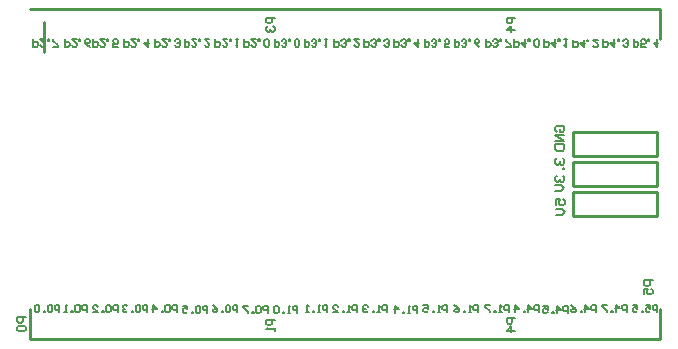
<source format=gbo>
G04*
G04 #@! TF.GenerationSoftware,Altium Limited,Altium Designer,18.0.12 (696)*
G04*
G04 Layer_Color=32896*
%FSLAX25Y25*%
%MOIN*%
G70*
G01*
G75*
%ADD11C,0.01000*%
%ADD12C,0.00787*%
D11*
X100500Y214000D02*
Y224000D01*
X306000Y218200D02*
Y228300D01*
X96000D02*
X306000D01*
X305000Y179300D02*
Y187300D01*
X277000D02*
X305000D01*
X277000Y179300D02*
Y187300D01*
Y179300D02*
X305000D01*
X96000Y118300D02*
Y128300D01*
Y118300D02*
X306000D01*
Y128300D01*
X277000Y159300D02*
Y167300D01*
Y159300D02*
X305000D01*
Y167300D01*
X277000D02*
X305000D01*
X277000Y169300D02*
Y177300D01*
Y169300D02*
X305000D01*
Y177300D01*
X277000D02*
X305000D01*
X277000Y179300D02*
Y187300D01*
Y179300D02*
X305000D01*
Y187300D01*
X277000D02*
X305000D01*
X277000Y159300D02*
Y167300D01*
Y159300D02*
X305000D01*
Y167300D01*
X277000D02*
X305000D01*
X277000Y169300D02*
Y177300D01*
Y169300D02*
X305000D01*
Y177300D01*
X277000D02*
X305000D01*
X277000Y179300D02*
Y187300D01*
Y179300D02*
X305000D01*
Y187300D01*
X277000D02*
X305000D01*
X277000Y159300D02*
Y167300D01*
Y159300D02*
X305000D01*
Y167300D01*
X277000D02*
X305000D01*
X277000Y169300D02*
Y177300D01*
Y169300D02*
X305000D01*
Y177300D01*
X277000D02*
X305000D01*
X277000Y179300D02*
Y187300D01*
Y179300D02*
X305000D01*
Y187300D01*
X277000D02*
X305000D01*
X277000Y169300D02*
X305000D01*
X277000D02*
Y177300D01*
X305000D01*
Y169300D02*
Y177300D01*
D12*
X257500Y225400D02*
X254745D01*
Y224023D01*
X255204Y223563D01*
X256122D01*
X256582Y224023D01*
Y225400D01*
X257500Y221268D02*
X254745D01*
X256122Y222645D01*
Y220808D01*
X177400Y225400D02*
X174645D01*
Y224023D01*
X175104Y223563D01*
X176023D01*
X176482Y224023D01*
Y225400D01*
X175104Y222645D02*
X174645Y222186D01*
Y221268D01*
X175104Y220808D01*
X175563D01*
X176023Y221268D01*
Y221727D01*
Y221268D01*
X176482Y220808D01*
X176941D01*
X177400Y221268D01*
Y222186D01*
X176941Y222645D01*
X97000Y218200D02*
Y215839D01*
X98181D01*
X98574Y216232D01*
Y217019D01*
X98181Y217413D01*
X97000D01*
X100936Y218200D02*
X99361D01*
X100936Y216626D01*
Y216232D01*
X100542Y215839D01*
X99755D01*
X99361Y216232D01*
X101723Y218200D02*
Y217806D01*
X102116D01*
Y218200D01*
X101723D01*
X103691Y215839D02*
X105265D01*
Y216232D01*
X103691Y217806D01*
Y218200D01*
X177400D02*
Y215839D01*
X178581D01*
X178974Y216232D01*
Y217019D01*
X178581Y217413D01*
X177400D01*
X179761Y216232D02*
X180155Y215839D01*
X180942D01*
X181336Y216232D01*
Y216626D01*
X180942Y217019D01*
X180549D01*
X180942D01*
X181336Y217413D01*
Y217806D01*
X180942Y218200D01*
X180155D01*
X179761Y217806D01*
X182123Y218200D02*
Y217806D01*
X182517D01*
Y218200D01*
X182123D01*
X184091Y216232D02*
X184484Y215839D01*
X185272D01*
X185665Y216232D01*
Y217806D01*
X185272Y218200D01*
X184484D01*
X184091Y217806D01*
Y216232D01*
X267300Y218200D02*
Y215839D01*
X268481D01*
X268874Y216232D01*
Y217019D01*
X268481Y217413D01*
X267300D01*
X270842Y218200D02*
Y215839D01*
X269661Y217019D01*
X271236D01*
X272023Y218200D02*
Y217806D01*
X272416D01*
Y218200D01*
X272023D01*
X273991D02*
X274778D01*
X274384D01*
Y215839D01*
X273991Y216232D01*
X107500Y218200D02*
Y215839D01*
X108681D01*
X109074Y216232D01*
Y217019D01*
X108681Y217413D01*
X107500D01*
X111436Y218200D02*
X109861D01*
X111436Y216626D01*
Y216232D01*
X111042Y215839D01*
X110255D01*
X109861Y216232D01*
X112223Y218200D02*
Y217806D01*
X112617D01*
Y218200D01*
X112223D01*
X115765Y215839D02*
X114978Y216232D01*
X114191Y217019D01*
Y217806D01*
X114584Y218200D01*
X115372D01*
X115765Y217806D01*
Y217413D01*
X115372Y217019D01*
X114191D01*
X247800Y218200D02*
Y215839D01*
X248981D01*
X249374Y216232D01*
Y217019D01*
X248981Y217413D01*
X247800D01*
X250161Y216232D02*
X250555Y215839D01*
X251342D01*
X251736Y216232D01*
Y216626D01*
X251342Y217019D01*
X250949D01*
X251342D01*
X251736Y217413D01*
Y217806D01*
X251342Y218200D01*
X250555D01*
X250161Y217806D01*
X252523Y218200D02*
Y217806D01*
X252916D01*
Y218200D01*
X252523D01*
X254491Y215839D02*
X256065D01*
Y216232D01*
X254491Y217806D01*
Y218200D01*
X127200D02*
Y215839D01*
X128381D01*
X128774Y216232D01*
Y217019D01*
X128381Y217413D01*
X127200D01*
X131136Y218200D02*
X129561D01*
X131136Y216626D01*
Y216232D01*
X130742Y215839D01*
X129955D01*
X129561Y216232D01*
X131923Y218200D02*
Y217806D01*
X132317D01*
Y218200D01*
X131923D01*
X135072D02*
Y215839D01*
X133891Y217019D01*
X135465D01*
X137500Y218200D02*
Y215839D01*
X138681D01*
X139074Y216232D01*
Y217019D01*
X138681Y217413D01*
X137500D01*
X141436Y218200D02*
X139861D01*
X141436Y216626D01*
Y216232D01*
X141042Y215839D01*
X140255D01*
X139861Y216232D01*
X142223Y218200D02*
Y217806D01*
X142616D01*
Y218200D01*
X142223D01*
X144191Y216232D02*
X144584Y215839D01*
X145371D01*
X145765Y216232D01*
Y216626D01*
X145371Y217019D01*
X144978D01*
X145371D01*
X145765Y217413D01*
Y217806D01*
X145371Y218200D01*
X144584D01*
X144191Y217806D01*
X147400Y218200D02*
Y215839D01*
X148581D01*
X148974Y216232D01*
Y217019D01*
X148581Y217413D01*
X147400D01*
X151336Y218200D02*
X149761D01*
X151336Y216626D01*
Y216232D01*
X150942Y215839D01*
X150155D01*
X149761Y216232D01*
X152123Y218200D02*
Y217806D01*
X152516D01*
Y218200D01*
X152123D01*
X155665D02*
X154091D01*
X155665Y216626D01*
Y216232D01*
X155271Y215839D01*
X154484D01*
X154091Y216232D01*
X157700Y218200D02*
Y215839D01*
X158881D01*
X159274Y216232D01*
Y217019D01*
X158881Y217413D01*
X157700D01*
X161636Y218200D02*
X160061D01*
X161636Y216626D01*
Y216232D01*
X161242Y215839D01*
X160455D01*
X160061Y216232D01*
X162423Y218200D02*
Y217806D01*
X162817D01*
Y218200D01*
X162423D01*
X164391D02*
X165178D01*
X164784D01*
Y215839D01*
X164391Y216232D01*
X167300Y218200D02*
Y215839D01*
X168481D01*
X168874Y216232D01*
Y217019D01*
X168481Y217413D01*
X167300D01*
X171236Y218200D02*
X169661D01*
X171236Y216626D01*
Y216232D01*
X170842Y215839D01*
X170055D01*
X169661Y216232D01*
X172023Y218200D02*
Y217806D01*
X172416D01*
Y218200D01*
X172023D01*
X173991Y216232D02*
X174384Y215839D01*
X175171D01*
X175565Y216232D01*
Y217806D01*
X175171Y218200D01*
X174384D01*
X173991Y217806D01*
Y216232D01*
X257300Y218200D02*
Y215839D01*
X258481D01*
X258874Y216232D01*
Y217019D01*
X258481Y217413D01*
X257300D01*
X260842Y218200D02*
Y215839D01*
X259661Y217019D01*
X261236D01*
X262023Y218200D02*
Y217806D01*
X262416D01*
Y218200D01*
X262023D01*
X263991Y216232D02*
X264384Y215839D01*
X265172D01*
X265565Y216232D01*
Y217806D01*
X265172Y218200D01*
X264384D01*
X263991Y217806D01*
Y216232D01*
X237400Y218200D02*
Y215839D01*
X238581D01*
X238974Y216232D01*
Y217019D01*
X238581Y217413D01*
X237400D01*
X239761Y216232D02*
X240155Y215839D01*
X240942D01*
X241336Y216232D01*
Y216626D01*
X240942Y217019D01*
X240549D01*
X240942D01*
X241336Y217413D01*
Y217806D01*
X240942Y218200D01*
X240155D01*
X239761Y217806D01*
X242123Y218200D02*
Y217806D01*
X242516D01*
Y218200D01*
X242123D01*
X245665Y215839D02*
X244878Y216232D01*
X244091Y217019D01*
Y217806D01*
X244484Y218200D01*
X245271D01*
X245665Y217806D01*
Y217413D01*
X245271Y217019D01*
X244091D01*
X227400Y218200D02*
Y215839D01*
X228581D01*
X228974Y216232D01*
Y217019D01*
X228581Y217413D01*
X227400D01*
X229761Y216232D02*
X230155Y215839D01*
X230942D01*
X231336Y216232D01*
Y216626D01*
X230942Y217019D01*
X230549D01*
X230942D01*
X231336Y217413D01*
Y217806D01*
X230942Y218200D01*
X230155D01*
X229761Y217806D01*
X232123Y218200D02*
Y217806D01*
X232516D01*
Y218200D01*
X232123D01*
X235665Y215839D02*
X234091D01*
Y217019D01*
X234878Y216626D01*
X235272D01*
X235665Y217019D01*
Y217806D01*
X235272Y218200D01*
X234484D01*
X234091Y217806D01*
X217300Y218200D02*
Y215839D01*
X218481D01*
X218874Y216232D01*
Y217019D01*
X218481Y217413D01*
X217300D01*
X219661Y216232D02*
X220055Y215839D01*
X220842D01*
X221236Y216232D01*
Y216626D01*
X220842Y217019D01*
X220449D01*
X220842D01*
X221236Y217413D01*
Y217806D01*
X220842Y218200D01*
X220055D01*
X219661Y217806D01*
X222023Y218200D02*
Y217806D01*
X222416D01*
Y218200D01*
X222023D01*
X225171D02*
Y215839D01*
X223991Y217019D01*
X225565D01*
X207300Y218200D02*
Y215839D01*
X208481D01*
X208874Y216232D01*
Y217019D01*
X208481Y217413D01*
X207300D01*
X209661Y216232D02*
X210055Y215839D01*
X210842D01*
X211236Y216232D01*
Y216626D01*
X210842Y217019D01*
X210449D01*
X210842D01*
X211236Y217413D01*
Y217806D01*
X210842Y218200D01*
X210055D01*
X209661Y217806D01*
X212023Y218200D02*
Y217806D01*
X212416D01*
Y218200D01*
X212023D01*
X213991Y216232D02*
X214384Y215839D01*
X215172D01*
X215565Y216232D01*
Y216626D01*
X215172Y217019D01*
X214778D01*
X215172D01*
X215565Y217413D01*
Y217806D01*
X215172Y218200D01*
X214384D01*
X213991Y217806D01*
X197300Y218200D02*
Y215839D01*
X198481D01*
X198874Y216232D01*
Y217019D01*
X198481Y217413D01*
X197300D01*
X199661Y216232D02*
X200055Y215839D01*
X200842D01*
X201236Y216232D01*
Y216626D01*
X200842Y217019D01*
X200449D01*
X200842D01*
X201236Y217413D01*
Y217806D01*
X200842Y218200D01*
X200055D01*
X199661Y217806D01*
X202023Y218200D02*
Y217806D01*
X202416D01*
Y218200D01*
X202023D01*
X205565D02*
X203991D01*
X205565Y216626D01*
Y216232D01*
X205171Y215839D01*
X204384D01*
X203991Y216232D01*
X276900Y218100D02*
Y215739D01*
X278081D01*
X278474Y216132D01*
Y216919D01*
X278081Y217313D01*
X276900D01*
X280442Y218100D02*
Y215739D01*
X279261Y216919D01*
X280836D01*
X281623Y218100D02*
Y217706D01*
X282016D01*
Y218100D01*
X281623D01*
X285165D02*
X283591D01*
X285165Y216526D01*
Y216132D01*
X284771Y215739D01*
X283984D01*
X283591Y216132D01*
X287000Y218200D02*
Y215839D01*
X288181D01*
X288574Y216232D01*
Y217019D01*
X288181Y217413D01*
X287000D01*
X290542Y218200D02*
Y215839D01*
X289361Y217019D01*
X290936D01*
X291723Y218200D02*
Y217806D01*
X292116D01*
Y218200D01*
X291723D01*
X293691Y216232D02*
X294084Y215839D01*
X294871D01*
X295265Y216232D01*
Y216626D01*
X294871Y217019D01*
X294478D01*
X294871D01*
X295265Y217413D01*
Y217806D01*
X294871Y218200D01*
X294084D01*
X293691Y217806D01*
X297100Y218200D02*
Y215839D01*
X298281D01*
X298674Y216232D01*
Y217019D01*
X298281Y217413D01*
X297100D01*
X301036Y215839D02*
X299461D01*
Y217019D01*
X300249Y216626D01*
X300642D01*
X301036Y217019D01*
Y217806D01*
X300642Y218200D01*
X299855D01*
X299461Y217806D01*
X301823Y218200D02*
Y217806D01*
X302216D01*
Y218200D01*
X301823D01*
X304972D02*
Y215839D01*
X303791Y217019D01*
X305365D01*
X187400Y218200D02*
Y215839D01*
X188581D01*
X188974Y216232D01*
Y217019D01*
X188581Y217413D01*
X187400D01*
X189761Y216232D02*
X190155Y215839D01*
X190942D01*
X191336Y216232D01*
Y216626D01*
X190942Y217019D01*
X190549D01*
X190942D01*
X191336Y217413D01*
Y217806D01*
X190942Y218200D01*
X190155D01*
X189761Y217806D01*
X192123Y218200D02*
Y217806D01*
X192517D01*
Y218200D01*
X192123D01*
X194091D02*
X194878D01*
X194484D01*
Y215839D01*
X194091Y216232D01*
X116900Y218200D02*
Y215839D01*
X118081D01*
X118474Y216232D01*
Y217019D01*
X118081Y217413D01*
X116900D01*
X120836Y218200D02*
X119261D01*
X120836Y216626D01*
Y216232D01*
X120442Y215839D01*
X119655D01*
X119261Y216232D01*
X121623Y218200D02*
Y217806D01*
X122017D01*
Y218200D01*
X121623D01*
X125165Y215839D02*
X123591D01*
Y217019D01*
X124378Y216626D01*
X124771D01*
X125165Y217019D01*
Y217806D01*
X124771Y218200D01*
X123984D01*
X123591Y217806D01*
X303400Y137900D02*
X300645D01*
Y136522D01*
X301104Y136063D01*
X302023D01*
X302482Y136522D01*
Y137900D01*
X300645Y133308D02*
Y135145D01*
X302023D01*
X301563Y134227D01*
Y133767D01*
X302023Y133308D01*
X302941D01*
X303400Y133767D01*
Y134686D01*
X302941Y135145D01*
X185000Y127100D02*
Y129461D01*
X183819D01*
X183426Y129068D01*
Y128281D01*
X183819Y127887D01*
X185000D01*
X182639Y127100D02*
X181851D01*
X182245D01*
Y129461D01*
X182639Y129068D01*
X180671Y127100D02*
Y127494D01*
X180277D01*
Y127100D01*
X180671D01*
X178703Y129068D02*
X178309Y129461D01*
X177522D01*
X177129Y129068D01*
Y127494D01*
X177522Y127100D01*
X178309D01*
X178703Y127494D01*
Y129068D01*
X275100Y127000D02*
Y129361D01*
X273919D01*
X273526Y128968D01*
Y128181D01*
X273919Y127787D01*
X275100D01*
X271558Y127000D02*
Y129361D01*
X272739Y128181D01*
X271164D01*
X270377Y127000D02*
Y127394D01*
X269984D01*
Y127000D01*
X270377D01*
X266835Y129361D02*
X268409D01*
Y128181D01*
X267622Y128574D01*
X267229D01*
X266835Y128181D01*
Y127394D01*
X267229Y127000D01*
X268016D01*
X268409Y127394D01*
X94400Y125600D02*
X91645D01*
Y124223D01*
X92104Y123763D01*
X93023D01*
X93482Y124223D01*
Y125600D01*
X92104Y122845D02*
X91645Y122386D01*
Y121467D01*
X92104Y121008D01*
X93941D01*
X94400Y121467D01*
Y122386D01*
X93941Y122845D01*
X92104D01*
X245200Y127200D02*
Y129561D01*
X244019D01*
X243626Y129168D01*
Y128381D01*
X244019Y127987D01*
X245200D01*
X242839Y127200D02*
X242051D01*
X242445D01*
Y129561D01*
X242839Y129168D01*
X240871Y127200D02*
Y127594D01*
X240477D01*
Y127200D01*
X240871D01*
X237329Y129561D02*
X238116Y129168D01*
X238903Y128381D01*
Y127594D01*
X238509Y127200D01*
X237722D01*
X237329Y127594D01*
Y127987D01*
X237722Y128381D01*
X238903D01*
X105700Y127300D02*
Y129661D01*
X104519D01*
X104126Y129268D01*
Y128481D01*
X104519Y128087D01*
X105700D01*
X103339Y129268D02*
X102945Y129661D01*
X102158D01*
X101764Y129268D01*
Y127694D01*
X102158Y127300D01*
X102945D01*
X103339Y127694D01*
Y129268D01*
X100977Y127300D02*
Y127694D01*
X100584D01*
Y127300D01*
X100977D01*
X99009Y129268D02*
X98616Y129661D01*
X97829D01*
X97435Y129268D01*
Y127694D01*
X97829Y127300D01*
X98616D01*
X99009Y127694D01*
Y129268D01*
X257500Y125300D02*
X254745D01*
Y123923D01*
X255204Y123463D01*
X256122D01*
X256582Y123923D01*
Y125300D01*
X257500Y121168D02*
X254745D01*
X256122Y122545D01*
Y120708D01*
X177400Y124800D02*
X174645D01*
Y123423D01*
X175104Y122963D01*
X176023D01*
X176482Y123423D01*
Y124800D01*
X177400Y122045D02*
Y121127D01*
Y121586D01*
X174645D01*
X175104Y122045D01*
X305000Y127300D02*
Y129661D01*
X303819D01*
X303426Y129268D01*
Y128481D01*
X303819Y128087D01*
X305000D01*
X301064Y129661D02*
X302639D01*
Y128481D01*
X301851Y128874D01*
X301458D01*
X301064Y128481D01*
Y127694D01*
X301458Y127300D01*
X302245D01*
X302639Y127694D01*
X300277Y127300D02*
Y127694D01*
X299884D01*
Y127300D01*
X300277D01*
X296735Y129661D02*
X298309D01*
Y128481D01*
X297522Y128874D01*
X297129D01*
X296735Y128481D01*
Y127694D01*
X297129Y127300D01*
X297916D01*
X298309Y127694D01*
X294800Y127400D02*
Y129761D01*
X293619D01*
X293226Y129368D01*
Y128581D01*
X293619Y128187D01*
X294800D01*
X291258Y127400D02*
Y129761D01*
X292439Y128581D01*
X290864D01*
X290077Y127400D02*
Y127794D01*
X289684D01*
Y127400D01*
X290077D01*
X288109Y129761D02*
X286535D01*
Y129368D01*
X288109Y127794D01*
Y127400D01*
X284500Y127200D02*
Y129561D01*
X283319D01*
X282926Y129168D01*
Y128381D01*
X283319Y127987D01*
X284500D01*
X280958Y127200D02*
Y129561D01*
X282139Y128381D01*
X280564D01*
X279777Y127200D02*
Y127594D01*
X279384D01*
Y127200D01*
X279777D01*
X276235Y129561D02*
X277022Y129168D01*
X277809Y128381D01*
Y127594D01*
X277416Y127200D01*
X276628D01*
X276235Y127594D01*
Y127987D01*
X276628Y128381D01*
X277809D01*
X265500Y127200D02*
Y129561D01*
X264319D01*
X263926Y129168D01*
Y128381D01*
X264319Y127987D01*
X265500D01*
X261958Y127200D02*
Y129561D01*
X263139Y128381D01*
X261564D01*
X260777Y127200D02*
Y127594D01*
X260384D01*
Y127200D01*
X260777D01*
X257628D02*
Y129561D01*
X258809Y128381D01*
X257235D01*
X255400Y127200D02*
Y129561D01*
X254219D01*
X253826Y129168D01*
Y128381D01*
X254219Y127987D01*
X255400D01*
X253039Y127200D02*
X252251D01*
X252645D01*
Y129561D01*
X253039Y129168D01*
X251071Y127200D02*
Y127594D01*
X250677D01*
Y127200D01*
X251071D01*
X249103Y129561D02*
X247529D01*
Y129168D01*
X249103Y127594D01*
Y127200D01*
X234900D02*
Y129561D01*
X233719D01*
X233326Y129168D01*
Y128381D01*
X233719Y127987D01*
X234900D01*
X232539Y127200D02*
X231751D01*
X232145D01*
Y129561D01*
X232539Y129168D01*
X230571Y127200D02*
Y127594D01*
X230177D01*
Y127200D01*
X230571D01*
X227028Y129561D02*
X228603D01*
Y128381D01*
X227816Y128774D01*
X227422D01*
X227028Y128381D01*
Y127594D01*
X227422Y127200D01*
X228209D01*
X228603Y127594D01*
X225000Y127100D02*
Y129461D01*
X223819D01*
X223426Y129068D01*
Y128281D01*
X223819Y127887D01*
X225000D01*
X222639Y127100D02*
X221851D01*
X222245D01*
Y129461D01*
X222639Y129068D01*
X220671Y127100D02*
Y127494D01*
X220277D01*
Y127100D01*
X220671D01*
X217522D02*
Y129461D01*
X218703Y128281D01*
X217128D01*
X214800Y127200D02*
Y129561D01*
X213619D01*
X213226Y129168D01*
Y128381D01*
X213619Y127987D01*
X214800D01*
X212439Y127200D02*
X211651D01*
X212045D01*
Y129561D01*
X212439Y129168D01*
X210471Y127200D02*
Y127594D01*
X210077D01*
Y127200D01*
X210471D01*
X208503Y129168D02*
X208109Y129561D01*
X207322D01*
X206928Y129168D01*
Y128774D01*
X207322Y128381D01*
X207716D01*
X207322D01*
X206928Y127987D01*
Y127594D01*
X207322Y127200D01*
X208109D01*
X208503Y127594D01*
X204800Y127200D02*
Y129561D01*
X203619D01*
X203226Y129168D01*
Y128381D01*
X203619Y127987D01*
X204800D01*
X202439Y127200D02*
X201651D01*
X202045D01*
Y129561D01*
X202439Y129168D01*
X200471Y127200D02*
Y127594D01*
X200077D01*
Y127200D01*
X200471D01*
X196929D02*
X198503D01*
X196929Y128774D01*
Y129168D01*
X197322Y129561D01*
X198109D01*
X198503Y129168D01*
X195000Y127300D02*
Y129661D01*
X193819D01*
X193426Y129268D01*
Y128481D01*
X193819Y128087D01*
X195000D01*
X192639Y127300D02*
X191851D01*
X192245D01*
Y129661D01*
X192639Y129268D01*
X190671Y127300D02*
Y127694D01*
X190277D01*
Y127300D01*
X190671D01*
X188703D02*
X187916D01*
X188309D01*
Y129661D01*
X188703Y129268D01*
X175100Y127100D02*
Y129461D01*
X173919D01*
X173526Y129068D01*
Y128281D01*
X173919Y127887D01*
X175100D01*
X172739Y129068D02*
X172345Y129461D01*
X171558D01*
X171164Y129068D01*
Y127494D01*
X171558Y127100D01*
X172345D01*
X172739Y127494D01*
Y129068D01*
X170377Y127100D02*
Y127494D01*
X169983D01*
Y127100D01*
X170377D01*
X168409Y129461D02*
X166835D01*
Y129068D01*
X168409Y127494D01*
Y127100D01*
X165000Y127200D02*
Y129561D01*
X163819D01*
X163426Y129168D01*
Y128381D01*
X163819Y127987D01*
X165000D01*
X162639Y129168D02*
X162245Y129561D01*
X161458D01*
X161064Y129168D01*
Y127594D01*
X161458Y127200D01*
X162245D01*
X162639Y127594D01*
Y129168D01*
X160277Y127200D02*
Y127594D01*
X159883D01*
Y127200D01*
X160277D01*
X156735Y129561D02*
X157522Y129168D01*
X158309Y128381D01*
Y127594D01*
X157916Y127200D01*
X157129D01*
X156735Y127594D01*
Y127987D01*
X157129Y128381D01*
X158309D01*
X155000Y127100D02*
Y129461D01*
X153819D01*
X153426Y129068D01*
Y128281D01*
X153819Y127887D01*
X155000D01*
X152639Y129068D02*
X152245Y129461D01*
X151458D01*
X151064Y129068D01*
Y127494D01*
X151458Y127100D01*
X152245D01*
X152639Y127494D01*
Y129068D01*
X150277Y127100D02*
Y127494D01*
X149883D01*
Y127100D01*
X150277D01*
X146735Y129461D02*
X148309D01*
Y128281D01*
X147522Y128674D01*
X147128D01*
X146735Y128281D01*
Y127494D01*
X147128Y127100D01*
X147916D01*
X148309Y127494D01*
X144900Y127300D02*
Y129661D01*
X143719D01*
X143326Y129268D01*
Y128481D01*
X143719Y128087D01*
X144900D01*
X142539Y129268D02*
X142145Y129661D01*
X141358D01*
X140964Y129268D01*
Y127694D01*
X141358Y127300D01*
X142145D01*
X142539Y127694D01*
Y129268D01*
X140177Y127300D02*
Y127694D01*
X139784D01*
Y127300D01*
X140177D01*
X137029D02*
Y129661D01*
X138209Y128481D01*
X136635D01*
X135000Y127300D02*
Y129661D01*
X133819D01*
X133426Y129268D01*
Y128481D01*
X133819Y128087D01*
X135000D01*
X132639Y129268D02*
X132245Y129661D01*
X131458D01*
X131064Y129268D01*
Y127694D01*
X131458Y127300D01*
X132245D01*
X132639Y127694D01*
Y129268D01*
X130277Y127300D02*
Y127694D01*
X129884D01*
Y127300D01*
X130277D01*
X128309Y129268D02*
X127916Y129661D01*
X127129D01*
X126735Y129268D01*
Y128874D01*
X127129Y128481D01*
X127522D01*
X127129D01*
X126735Y128087D01*
Y127694D01*
X127129Y127300D01*
X127916D01*
X128309Y127694D01*
X114800Y127300D02*
Y129661D01*
X113619D01*
X113226Y129268D01*
Y128481D01*
X113619Y128087D01*
X114800D01*
X112439Y129268D02*
X112045Y129661D01*
X111258D01*
X110864Y129268D01*
Y127694D01*
X111258Y127300D01*
X112045D01*
X112439Y127694D01*
Y129268D01*
X110077Y127300D02*
Y127694D01*
X109684D01*
Y127300D01*
X110077D01*
X108109D02*
X107322D01*
X107716D01*
Y129661D01*
X108109Y129268D01*
X125100Y127200D02*
Y129561D01*
X123919D01*
X123526Y129168D01*
Y128381D01*
X123919Y127987D01*
X125100D01*
X122739Y129168D02*
X122345Y129561D01*
X121558D01*
X121164Y129168D01*
Y127594D01*
X121558Y127200D01*
X122345D01*
X122739Y127594D01*
Y129168D01*
X120377Y127200D02*
Y127594D01*
X119983D01*
Y127200D01*
X120377D01*
X116835D02*
X118409D01*
X116835Y128774D01*
Y129168D01*
X117228Y129561D01*
X118016D01*
X118409Y129168D01*
X271376Y187401D02*
X270851Y187926D01*
Y188975D01*
X271376Y189500D01*
X273475D01*
X274000Y188975D01*
Y187926D01*
X273475Y187401D01*
X272426D01*
Y188451D01*
X274000Y186351D02*
X270851D01*
X274000Y184252D01*
X270851D01*
Y183203D02*
X274000D01*
Y181629D01*
X273475Y181104D01*
X271376D01*
X270851Y181629D01*
Y183203D01*
X271051Y162901D02*
Y165000D01*
X272626D01*
X272101Y163951D01*
Y163426D01*
X272626Y162901D01*
X273675D01*
X274200Y163426D01*
Y164475D01*
X273675Y165000D01*
X271051Y161851D02*
X273150D01*
X274200Y160802D01*
X273150Y159752D01*
X271051D01*
X271376Y178600D02*
X270851Y178075D01*
Y177026D01*
X271376Y176501D01*
X271901D01*
X272426Y177026D01*
Y177550D01*
Y177026D01*
X272951Y176501D01*
X273475D01*
X274000Y177026D01*
Y178075D01*
X273475Y178600D01*
X274000Y175451D02*
X273475D01*
Y174927D01*
X274000D01*
Y175451D01*
X271376Y172828D02*
X270851Y172303D01*
Y171253D01*
X271376Y170729D01*
X271901D01*
X272426Y171253D01*
Y171778D01*
Y171253D01*
X272951Y170729D01*
X273475D01*
X274000Y171253D01*
Y172303D01*
X273475Y172828D01*
X270851Y169679D02*
X272951D01*
X274000Y168630D01*
X272951Y167580D01*
X270851D01*
X271376Y187401D02*
X270851Y187926D01*
Y188975D01*
X271376Y189500D01*
X273475D01*
X274000Y188975D01*
Y187926D01*
X273475Y187401D01*
X272426D01*
Y188451D01*
X274000Y186351D02*
X270851D01*
X274000Y184252D01*
X270851D01*
Y183203D02*
X274000D01*
Y181629D01*
X273475Y181104D01*
X271376D01*
X270851Y181629D01*
Y183203D01*
X271051Y162901D02*
Y165000D01*
X272626D01*
X272101Y163951D01*
Y163426D01*
X272626Y162901D01*
X273675D01*
X274200Y163426D01*
Y164475D01*
X273675Y165000D01*
X271051Y161851D02*
X273150D01*
X274200Y160802D01*
X273150Y159752D01*
X271051D01*
X271376Y178600D02*
X270851Y178075D01*
Y177026D01*
X271376Y176501D01*
X271901D01*
X272426Y177026D01*
Y177550D01*
Y177026D01*
X272951Y176501D01*
X273475D01*
X274000Y177026D01*
Y178075D01*
X273475Y178600D01*
X274000Y175451D02*
X273475D01*
Y174927D01*
X274000D01*
Y175451D01*
X271376Y172828D02*
X270851Y172303D01*
Y171253D01*
X271376Y170729D01*
X271901D01*
X272426Y171253D01*
Y171778D01*
Y171253D01*
X272951Y170729D01*
X273475D01*
X274000Y171253D01*
Y172303D01*
X273475Y172828D01*
X270851Y169679D02*
X272951D01*
X274000Y168630D01*
X272951Y167580D01*
X270851D01*
X271376Y187401D02*
X270851Y187926D01*
Y188975D01*
X271376Y189500D01*
X273475D01*
X274000Y188975D01*
Y187926D01*
X273475Y187401D01*
X272426D01*
Y188451D01*
X274000Y186351D02*
X270851D01*
X274000Y184252D01*
X270851D01*
Y183203D02*
X274000D01*
Y181629D01*
X273475Y181104D01*
X271376D01*
X270851Y181629D01*
Y183203D01*
X271051Y162901D02*
Y165000D01*
X272626D01*
X272101Y163951D01*
Y163426D01*
X272626Y162901D01*
X273675D01*
X274200Y163426D01*
Y164475D01*
X273675Y165000D01*
X271051Y161851D02*
X273150D01*
X274200Y160802D01*
X273150Y159752D01*
X271051D01*
X271376Y178600D02*
X270851Y178075D01*
Y177026D01*
X271376Y176501D01*
X271901D01*
X272426Y177026D01*
Y177550D01*
Y177026D01*
X272951Y176501D01*
X273475D01*
X274000Y177026D01*
Y178075D01*
X273475Y178600D01*
X274000Y175451D02*
X273475D01*
Y174927D01*
X274000D01*
Y175451D01*
X271376Y172828D02*
X270851Y172303D01*
Y171253D01*
X271376Y170729D01*
X271901D01*
X272426Y171253D01*
Y171778D01*
Y171253D01*
X272951Y170729D01*
X273475D01*
X274000Y171253D01*
Y172303D01*
X273475Y172828D01*
X270851Y169679D02*
X272951D01*
X274000Y168630D01*
X272951Y167580D01*
X270851D01*
M02*

</source>
